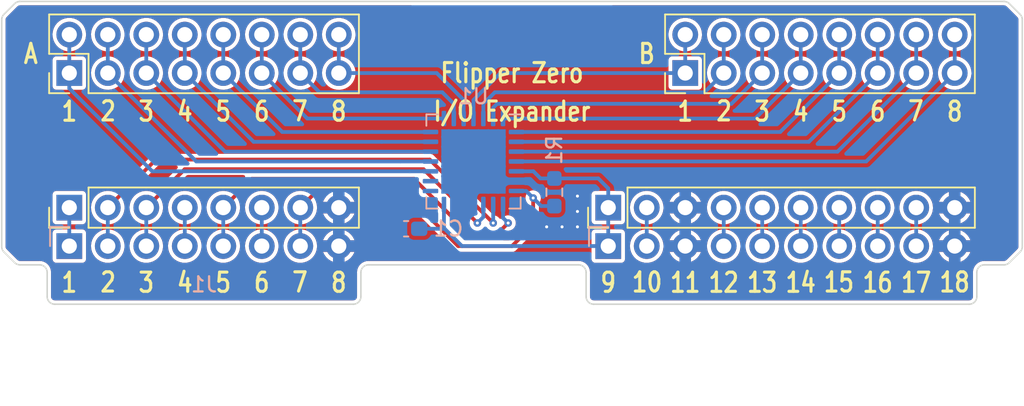
<source format=kicad_pcb>
(kicad_pcb (version 20211014) (generator pcbnew)
  (layers (0 "F.Cu" signal) (31 "B.Cu" signal) (34 "B.Paste" user) (35 "F.Paste" user) (36 "B.SilkS" user "B.Silkscreen") (37 "F.SilkS" user "F.Silkscreen") (38 "B.Mask" user) (39 "F.Mask" user) (44 "Edge.Cuts" user))
  (net 0 "")
  (net 1 "+5V")
  (net 2 "/PA7")
  (net 3 "/PA6")
  (net 4 "/PA4")
  (net 5 "/PB3")
  (net 6 "/PB2")
  (net 7 "/PC3")
  (net 8 "GND")
  (net 9 "+3.3V")
  (net 10 "/PA14")
  (net 11 "/PA13")
  (net 12 "/PB6")
  (net 13 "/PB7")
  (net 14 "/PC1")
  (net 15 "/PC0")
  (net 16 "/PB14")
  (net 17 "/EB0")
  (net 18 "/EB1")
  (net 19 "/EB2")
  (net 20 "/EB3")
  (net 21 "/EB4")
  (net 22 "/EB5")
  (net 23 "/EB6")
  (net 24 "/EB7")
  (net 25 "/EA0")
  (net 26 "/EA1")
  (net 27 "/EA2")
  (net 28 "/EA3")
  (net 29 "/EA4")
  (net 30 "/EA5")
  (net 31 "/EA6")
  (net 32 "/EA7")
  (footprint "Connector_PinHeader_2.54mm:PinHeader_1x08_P2.54mm_Vertical" (layer "F.Cu") (at 123.19 60.96 90)
    (fp_text reference "J3" hide)
    (fp_text value "8P" hide)
    (fp_line (start -1.33 0) (end -1.33 -1.33) (layer "F.SilkS") (width 0.12))
    (fp_line (start -1.33 1.27) (end 1.33 1.27) (layer "F.SilkS") (width 0.12))
    (fp_line (start -1.33 19.11) (end 1.33 19.11) (layer "F.SilkS") (width 0.12))
    (fp_line (start -1.33 1.27) (end -1.33 19.11) (layer "F.SilkS") (width 0.12))
    (fp_line (start -1.33 -1.33) (end 0 -1.33) (layer "F.SilkS") (width 0.12))
    (fp_line (start 1.33 1.27) (end 1.33 19.11) (layer "F.SilkS") (width 0.12))
    (pad "1" thru_hole rect (at 0 0 90) (size 1.7 1.7) (drill 1) (layers *.Cu *.Mask) (net 1 "+5V"))
    (pad "2" thru_hole oval (at 0 2.54 90) (size 1.7 1.7) (drill 1) (layers *.Cu *.Mask) (net 2 "/PA7"))
    (pad "3" thru_hole oval (at 0 5.08 90) (size 1.7 1.7) (drill 1) (layers *.Cu *.Mask) (net 3 "/PA6"))
    (pad "4" thru_hole oval (at 0 7.62 90) (size 1.7 1.7) (drill 1) (layers *.Cu *.Mask) (net 4 "/PA4"))
    (pad "5" thru_hole oval (at 0 10.16 90) (size 1.7 1.7) (drill 1) (layers *.Cu *.Mask) (net 5 "/PB3"))
    (pad "6" thru_hole oval (at 0 12.7 90) (size 1.7 1.7) (drill 1) (layers *.Cu *.Mask) (net 6 "/PB2"))
    (pad "7" thru_hole oval (at 0 15.24 90) (size 1.7 1.7) (drill 1) (layers *.Cu *.Mask) (net 7 "/PC3"))
    (pad "8" thru_hole oval (at 0 17.78 90) (size 1.7 1.7) (drill 1) (layers *.Cu *.Mask) (net 8 "GND"))
  )
  (footprint "Connector_PinHeader_2.54mm:PinHeader_2x08_P2.54mm_Vertical" (layer "F.Cu") (at 123.19 52.07 90)
    (fp_text reference "J5" hide)
    (fp_text value "EA")
    (fp_line (start -1.33 1.27) (end -1.33 19.11) (layer "F.SilkS") (width 0.12))
    (fp_line (start 3.87 -1.33) (end 3.87 19.11) (layer "F.SilkS") (width 0.12))
    (fp_line (start 1.27 -1.33) (end 3.87 -1.33) (layer "F.SilkS") (width 0.12))
    (fp_line (start -1.33 -1.33) (end 0 -1.33) (layer "F.SilkS") (width 0.12))
    (fp_line (start 1.27 1.27) (end 1.27 -1.33) (layer "F.SilkS") (width 0.12))
    (fp_line (start -1.33 0) (end -1.33 -1.33) (layer "F.SilkS") (width 0.12))
    (fp_line (start -1.33 19.11) (end 3.87 19.11) (layer "F.SilkS") (width 0.12))
    (fp_line (start -1.33 1.27) (end 1.27 1.27) (layer "F.SilkS") (width 0.12))
    (pad "1" thru_hole rect (at 0 0 90) (size 1.7 1.7) (drill 1) (layers *.Cu *.Mask) (net 25 "/EA0"))
    (pad "2" thru_hole oval (at 2.54 0 90) (size 1.7 1.7) (drill 1) (layers *.Cu *.Mask) (net 25 "/EA0"))
    (pad "3" thru_hole oval (at 0 2.54 90) (size 1.7 1.7) (drill 1) (layers *.Cu *.Mask) (net 26 "/EA1"))
    (pad "4" thru_hole oval (at 2.54 2.54 90) (size 1.7 1.7) (drill 1) (layers *.Cu *.Mask) (net 26 "/EA1"))
    (pad "5" thru_hole oval (at 0 5.08 90) (size 1.7 1.7) (drill 1) (layers *.Cu *.Mask) (net 27 "/EA2"))
    (pad "6" thru_hole oval (at 2.54 5.08 90) (size 1.7 1.7) (drill 1) (layers *.Cu *.Mask) (net 27 "/EA2"))
    (pad "7" thru_hole oval (at 0 7.62 90) (size 1.7 1.7) (drill 1) (layers *.Cu *.Mask) (net 28 "/EA3"))
    (pad "8" thru_hole oval (at 2.54 7.62 90) (size 1.7 1.7) (drill 1) (layers *.Cu *.Mask) (net 28 "/EA3"))
    (pad "9" thru_hole oval (at 0 10.16 90) (size 1.7 1.7) (drill 1) (layers *.Cu *.Mask) (net 29 "/EA4"))
    (pad "10" thru_hole oval (at 2.54 10.16 90) (size 1.7 1.7) (drill 1) (layers *.Cu *.Mask) (net 29 "/EA4"))
    (pad "11" thru_hole oval (at 0 12.7 90) (size 1.7 1.7) (drill 1) (layers *.Cu *.Mask) (net 30 "/EA5"))
    (pad "12" thru_hole oval (at 2.54 12.7 90) (size 1.7 1.7) (drill 1) (layers *.Cu *.Mask) (net 30 "/EA5"))
    (pad "13" thru_hole oval (at 0 15.24 90) (size 1.7 1.7) (drill 1) (layers *.Cu *.Mask) (net 31 "/EA6"))
    (pad "14" thru_hole oval (at 2.54 15.24 90) (size 1.7 1.7) (drill 1) (layers *.Cu *.Mask) (net 31 "/EA6"))
    (pad "15" thru_hole oval (at 0 17.78 90) (size 1.7 1.7) (drill 1) (layers *.Cu *.Mask) (net 32 "/EA7"))
    (pad "16" thru_hole oval (at 2.54 17.78 90) (size 1.7 1.7) (drill 1) (layers *.Cu *.Mask) (net 32 "/EA7"))
  )
  (footprint "Connector_PinHeader_2.54mm:PinHeader_1x10_P2.54mm_Vertical" (layer "F.Cu") (at 158.75 60.96 90)
    (fp_text reference "J4" hide)
    (fp_text value "10P")
    (fp_line (start -1.33 -1.33) (end 0 -1.33) (layer "F.SilkS") (width 0.12))
    (fp_line (start -1.33 1.27) (end -1.33 24.19) (layer "F.SilkS") (width 0.12))
    (fp_line (start -1.33 1.27) (end 1.33 1.27) (layer "F.SilkS") (width 0.12))
    (fp_line (start 1.33 1.27) (end 1.33 24.19) (layer "F.SilkS") (width 0.12))
    (fp_line (start -1.33 0) (end -1.33 -1.33) (layer "F.SilkS") (width 0.12))
    (fp_line (start -1.33 24.19) (end 1.33 24.19) (layer "F.SilkS") (width 0.12))
    (pad "1" thru_hole rect (at 0 0 90) (size 1.7 1.7) (drill 1) (layers *.Cu *.Mask) (net 9 "+3.3V"))
    (pad "2" thru_hole oval (at 0 2.54 90) (size 1.7 1.7) (drill 1) (layers *.Cu *.Mask) (net 10 "/PA14"))
    (pad "3" thru_hole oval (at 0 5.08 90) (size 1.7 1.7) (drill 1) (layers *.Cu *.Mask) (net 8 "GND"))
    (pad "4" thru_hole oval (at 0 7.62 90) (size 1.7 1.7) (drill 1) (layers *.Cu *.Mask) (net 11 "/PA13"))
    (pad "5" thru_hole oval (at 0 10.16 90) (size 1.7 1.7) (drill 1) (layers *.Cu *.Mask) (net 12 "/PB6"))
    (pad "6" thru_hole oval (at 0 12.7 90) (size 1.7 1.7) (drill 1) (layers *.Cu *.Mask) (net 13 "/PB7"))
    (pad "7" thru_hole oval (at 0 15.24 90) (size 1.7 1.7) (drill 1) (layers *.Cu *.Mask) (net 14 "/PC1"))
    (pad "8" thru_hole oval (at 0 17.78 90) (size 1.7 1.7) (drill 1) (layers *.Cu *.Mask) (net 15 "/PC0"))
    (pad "9" thru_hole oval (at 0 20.32 90) (size 1.7 1.7) (drill 1) (layers *.Cu *.Mask) (net 16 "/PB14"))
    (pad "10" thru_hole oval (at 0 22.86 90) (size 1.7 1.7) (drill 1) (layers *.Cu *.Mask) (net 8 "GND"))
  )
  (footprint "Connector_PinHeader_2.54mm:PinHeader_2x08_P2.54mm_Vertical" (layer "F.Cu") (at 163.83 52.07 90)
    (fp_text reference "J6" hide)
    (fp_text value "EB")
    (fp_line (start -1.33 -1.33) (end 0 -1.33) (layer "F.SilkS") (width 0.12))
    (fp_line (start -1.33 0) (end -1.33 -1.33) (layer "F.SilkS") (width 0.12))
    (fp_line (start -1.33 1.27) (end 1.27 1.27) (layer "F.SilkS") (width 0.12))
    (fp_line (start -1.33 19.11) (end 3.87 19.11) (layer "F.SilkS") (width 0.12))
    (fp_line (start 3.87 -1.33) (end 3.87 19.11) (layer "F.SilkS") (width 0.12))
    (fp_line (start 1.27 -1.33) (end 3.87 -1.33) (layer "F.SilkS") (width 0.12))
    (fp_line (start 1.27 1.27) (end 1.27 -1.33) (layer "F.SilkS") (width 0.12))
    (fp_line (start -1.33 1.27) (end -1.33 19.11) (layer "F.SilkS") (width 0.12))
    (pad "1" thru_hole rect (at 0 0 90) (size 1.7 1.7) (drill 1) (layers *.Cu *.Mask) (net 17 "/EB0"))
    (pad "2" thru_hole oval (at 2.54 0 90) (size 1.7 1.7) (drill 1) (layers *.Cu *.Mask) (net 17 "/EB0"))
    (pad "3" thru_hole oval (at 0 2.54 90) (size 1.7 1.7) (drill 1) (layers *.Cu *.Mask) (net 18 "/EB1"))
    (pad "4" thru_hole oval (at 2.54 2.54 90) (size 1.7 1.7) (drill 1) (layers *.Cu *.Mask) (net 18 "/EB1"))
    (pad "5" thru_hole oval (at 0 5.08 90) (size 1.7 1.7) (drill 1) (layers *.Cu *.Mask) (net 19 "/EB2"))
    (pad "6" thru_hole oval (at 2.54 5.08 90) (size 1.7 1.7) (drill 1) (layers *.Cu *.Mask) (net 19 "/EB2"))
    (pad "7" thru_hole oval (at 0 7.62 90) (size 1.7 1.7) (drill 1) (layers *.Cu *.Mask) (net 20 "/EB3"))
    (pad "8" thru_hole oval (at 2.54 7.62 90) (size 1.7 1.7) (drill 1) (layers *.Cu *.Mask) (net 20 "/EB3"))
    (pad "9" thru_hole oval (at 0 10.16 90) (size 1.7 1.7) (drill 1) (layers *.Cu *.Mask) (net 21 "/EB4"))
    (pad "10" thru_hole oval (at 2.54 10.16 90) (size 1.7 1.7) (drill 1) (layers *.Cu *.Mask) (net 21 "/EB4"))
    (pad "11" thru_hole oval (at 0 12.7 90) (size 1.7 1.7) (drill 1) (layers *.Cu *.Mask) (net 22 "/EB5"))
    (pad "12" thru_hole oval (at 2.54 12.7 90) (size 1.7 1.7) (drill 1) (layers *.Cu *.Mask) (net 22 "/EB5"))
    (pad "13" thru_hole oval (at 0 15.24 90) (size 1.7 1.7) (drill 1) (layers *.Cu *.Mask) (net 23 "/EB6"))
    (pad "14" thru_hole oval (at 2.54 15.24 90) (size 1.7 1.7) (drill 1) (layers *.Cu *.Mask) (net 23 "/EB6"))
    (pad "15" thru_hole oval (at 0 17.78 90) (size 1.7 1.7) (drill 1) (layers *.Cu *.Mask) (net 24 "/EB7"))
    (pad "16" thru_hole oval (at 2.54 17.78 90) (size 1.7 1.7) (drill 1) (layers *.Cu *.Mask) (net 24 "/EB7"))
  )
  (footprint "flipper_headers:PinHeader_1x08_P2.54mm_Horizontal" (layer "B.Cu") (at 123.19 63.5 -90)
    (fp_text reference "J1" (at 2.54 -8.89) (layer "B.SilkS") (effects (justify mirror)))
    (fp_text value "8P")
    (fp_line (start -1.27 0) (end -1.27 1.27) (layer "B.SilkS") (width 0.12))
    (fp_line (start -1.27 1.27) (end 0 1.27) (layer "B.SilkS") (width 0.12))
    (pad "1" thru_hole rect (at 0 0 270) (size 1.7 1.7) (drill 1) (layers *.Cu *.Mask) (net 1 "+5V"))
    (pad "2" thru_hole oval (at 0 -2.54 270) (size 1.7 1.7) (drill 1) (layers *.Cu *.Mask) (net 2 "/PA7"))
    (pad "3" thru_hole oval (at 0 -5.08 270) (size 1.7 1.7) (drill 1) (layers *.Cu *.Mask) (net 3 "/PA6"))
    (pad "4" thru_hole oval (at 0 -7.62 270) (size 1.7 1.7) (drill 1) (layers *.Cu *.Mask) (net 4 "/PA4"))
    (pad "5" thru_hole oval (at 0 -10.16 270) (size 1.7 1.7) (drill 1) (layers *.Cu *.Mask) (net 5 "/PB3"))
    (pad "6" thru_hole oval (at 0 -12.7 270) (size 1.7 1.7) (drill 1) (layers *.Cu *.Mask) (net 6 "/PB2"))
    (pad "7" thru_hole oval (at 0 -15.24 270) (size 1.7 1.7) (drill 1) (layers *.Cu *.Mask) (net 7 "/PC3"))
    (pad "8" thru_hole oval (at 0 -17.78 270) (size 1.7 1.7) (drill 1) (layers *.Cu *.Mask) (net 8 "GND"))
  )
  (footprint "Resistor_SMD:R_0603_1608Metric_Pad0.98x0.95mm_HandSolder" (layer "B.Cu") (at 155.194 59.944 90)
    (fp_text reference "R1" (at 2.794 0 90) (layer "B.SilkS") (effects (justify mirror)))
    (fp_text value "1k")
    (fp_line (start -0.254724 -0.5225) (end 0.254724 -0.5225) (layer "B.SilkS") (width 0.12))
    (fp_line (start -0.254724 0.5225) (end 0.254724 0.5225) (layer "B.SilkS") (width 0.12))
    (pad "1" smd roundrect (at -0.9125 0 90) (size 0.975 0.95) (layers "B.Cu" "B.Paste" "B.Mask") (net 7 "/PC3"))
    (pad "2" smd roundrect (at 0.9125 0 90) (size 0.975 0.95) (layers "B.Cu" "B.Paste" "B.Mask") (net 9 "+3.3V"))
  )
  (footprint "Package_DFN_QFN:QFN-28-1EP_6x6mm_P0.65mm_EP4.25x4.25mm" (layer "B.Cu") (at 149.86 57.912 180)
    (fp_text reference "U1" (at 0 4.3) (layer "B.SilkS") (effects (justify mirror)))
    (fp_text value "MCP23S17_ML")
    (fp_line (start 2.36 3.11) (end 3.11 3.11) (layer "B.SilkS") (width 0.12))
    (fp_line (start 2.36 -3.11) (end 3.11 -3.11) (layer "B.SilkS") (width 0.12))
    (fp_line (start -2.36 3.11) (end -3.11 3.11) (layer "B.SilkS") (width 0.12))
    (fp_line (start 3.11 -3.11) (end 3.11 -2.36) (layer "B.SilkS") (width 0.12))
    (fp_line (start 3.11 3.11) (end 3.11 2.36) (layer "B.SilkS") (width 0.12))
    (fp_line (start -2.36 -3.11) (end -3.11 -3.11) (layer "B.SilkS") (width 0.12))
    (fp_line (start -3.11 -3.11) (end -3.11 -2.36) (layer "B.SilkS") (width 0.12))
    (pad "1" smd roundrect (at -2.8375 1.95 180) (size 1.025 0.3) (layers "B.Cu" "B.Paste" "B.Mask") (net 21 "/EB4"))
    (pad "2" smd roundrect (at -2.8375 1.3 180) (size 1.025 0.3) (layers "B.Cu" "B.Paste" "B.Mask") (net 22 "/EB5"))
    (pad "3" smd roundrect (at -2.8375 0.65 180) (size 1.025 0.3) (layers "B.Cu" "B.Paste" "B.Mask") (net 23 "/EB6"))
    (pad "4" smd roundrect (at -2.8375 0 180) (size 1.025 0.3) (layers "B.Cu" "B.Paste" "B.Mask") (net 24 "/EB7"))
    (pad "5" smd roundrect (at -2.8375 -0.65 180) (size 1.025 0.3) (layers "B.Cu" "B.Paste" "B.Mask") (net 9 "+3.3V"))
    (pad "6" smd roundrect (at -2.8375 -1.3 180) (size 1.025 0.3) (layers "B.Cu" "B.Paste" "B.Mask") (net 8 "GND"))
    (pad "7" smd roundrect (at -2.8375 -1.95 180) (size 1.025 0.3) (layers "B.Cu" "B.Paste" "B.Mask") (net 7 "/PC3"))
    (pad "8" smd roundrect (at -1.95 -2.8375 180) (size 0.3 1.025) (layers "B.Cu" "B.Paste" "B.Mask") (net 5 "/PB3"))
    (pad "9" smd roundrect (at -1.3 -2.8375 180) (size 0.3 1.025) (layers "B.Cu" "B.Paste" "B.Mask") (net 2 "/PA7"))
    (pad "10" smd roundrect (at -0.65 -2.8375 180) (size 0.3 1.025) (layers "B.Cu" "B.Paste" "B.Mask") (net 3 "/PA6"))
    (pad "11" smd roundrect (at 0 -2.8375 180) (size 0.3 1.025) (layers "B.Cu" "B.Paste" "B.Mask") (net 8 "GND"))
    (pad "12" smd roundrect (at 0.65 -2.8375 180) (size 0.3 1.025) (layers "B.Cu" "B.Paste" "B.Mask") (net 8 "GND"))
    (pad "13" smd roundrect (at 1.3 -2.8375 180) (size 0.3 1.025) (layers "B.Cu" "B.Paste" "B.Mask") (net 8 "GND"))
    (pad "14" smd roundrect (at 1.95 -2.8375 180) (size 0.3 1.025) (layers "B.Cu" "B.Paste" "B.Mask") (net 9 "+3.3V"))
    (pad "15" smd roundrect (at 2.8375 -1.95 180) (size 1.025 0.3) (layers "B.Cu" "B.Paste" "B.Mask"))
    (pad "16" smd roundrect (at 2.8375 -1.3 180) (size 1.025 0.3) (layers "B.Cu" "B.Paste" "B.Mask"))
    (pad "17" smd roundrect (at 2.8375 -0.65 180) (size 1.025 0.3) (layers "B.Cu" "B.Paste" "B.Mask") (net 25 "/EA0"))
    (pad "18" smd roundrect (at 2.8375 0 180) (size 1.025 0.3) (layers "B.Cu" "B.Paste" "B.Mask") (net 26 "/EA1"))
    (pad "19" smd roundrect (at 2.8375 0.65 180) (size 1.025 0.3) (layers "B.Cu" "B.Paste" "B.Mask") (net 27 "/EA2"))
    (pad "20" smd roundrect (at 2.8375 1.3 180) (size 1.025 0.3) (layers "B.Cu" "B.Paste" "B.Mask") (net 28 "/EA3"))
    (pad "21" smd roundrect (at 2.8375 1.95 180) (size 1.025 0.3) (layers "B.Cu" "B.Paste" "B.Mask") (net 29 "/EA4"))
    (pad "22" smd roundrect (at 1.95 2.8375 180) (size 0.3 1.025) (layers "B.Cu" "B.Paste" "B.Mask") (net 30 "/EA5"))
    (pad "23" smd roundrect (at 1.3 2.8375 180) (size 0.3 1.025) (layers "B.Cu" "B.Paste" "B.Mask") (net 31 "/EA6"))
    (pad "24" smd roundrect (at 0.65 2.8375 180) (size 0.3 1.025) (layers "B.Cu" "B.Paste" "B.Mask") (net 32 "/EA7"))
    (pad "25" smd roundrect (at 0 2.8375 180) (size 0.3 1.025) (layers "B.Cu" "B.Paste" "B.Mask") (net 17 "/EB0"))
    (pad "26" smd roundrect (at -0.65 2.8375 180) (size 0.3 1.025) (layers "B.Cu" "B.Paste" "B.Mask") (net 18 "/EB1"))
    (pad "27" smd roundrect (at -1.3 2.8375 180) (size 0.3 1.025) (layers "B.Cu" "B.Paste" "B.Mask") (net 19 "/EB2"))
    (pad "28" smd roundrect (at -1.95 2.8375 180) (size 0.3 1.025) (layers "B.Cu" "B.Paste" "B.Mask") (net 20 "/EB3"))
    (pad "29" smd rect (at 0 0 180) (size 4.25 4.25) (layers "B.Cu" "B.Mask") (net 8 "GND"))
  )
  (footprint "Capacitor_SMD:C_0603_1608Metric_Pad1.08x0.95mm_HandSolder" (layer "B.Cu") (at 145.415 62.357 180)
    (fp_text reference "C1" (at -2.794 0) (layer "B.SilkS") (effects (justify mirror)))
    (fp_text value "0.1u")
    (fp_line (start -0.146267 0.51) (end 0.146267 0.51) (layer "B.SilkS") (width 0.12))
    (fp_line (start -0.146267 -0.51) (end 0.146267 -0.51) (layer "B.SilkS") (width 0.12))
    (pad "1" smd roundrect (at -0.8625 0 180) (size 1.075 0.95) (layers "B.Cu" "B.Paste" "B.Mask") (net 9 "+3.3V"))
    (pad "2" smd roundrect (at 0.8625 0 180) (size 1.075 0.95) (layers "B.Cu" "B.Paste" "B.Mask") (net 8 "GND"))
  )
  (footprint "flipper_headers:PinHeader_1x10_P2.54mm_Horizontal" (layer "B.Cu") (at 158.75 63.5 -90)
    (fp_text reference "J2" hide)
    (fp_text value "10P")
    (fp_line (start -1.27 1.27) (end 0 1.27) (layer "B.SilkS") (width 0.12))
    (fp_line (start -1.27 0) (end -1.27 1.27) (layer "B.SilkS") (width 0.12))
    (pad "1" thru_hole rect (at 0 0 270) (size 1.7 1.7) (drill 1) (layers *.Cu *.Mask) (net 9 "+3.3V"))
    (pad "2" thru_hole oval (at 0 -2.54 270) (size 1.7 1.7) (drill 1) (layers *.Cu *.Mask) (net 10 "/PA14"))
    (pad "3" thru_hole oval (at 0 -5.08 270) (size 1.7 1.7) (drill 1) (layers *.Cu *.Mask) (net 8 "GND"))
    (pad "4" thru_hole oval (at 0 -7.62 270) (size 1.7 1.7) (drill 1) (layers *.Cu *.Mask) (net 11 "/PA13"))
    (pad "5" thru_hole oval (at 0 -10.16 270) (size 1.7 1.7) (drill 1) (layers *.Cu *.Mask) (net 12 "/PB6"))
    (pad "6" thru_hole oval (at 0 -12.7 270) (size 1.7 1.7) (drill 1) (layers *.Cu *.Mask) (net 13 "/PB7"))
    (pad "7" thru_hole oval (at 0 -15.24 270) (size 1.7 1.7) (drill 1) (layers *.Cu *.Mask) (net 14 "/PC1"))
    (pad "8" thru_hole oval (at 0 -17.78 270) (size 1.7 1.7) (drill 1) (layers *.Cu *.Mask) (net 15 "/PC0"))
    (pad "9" thru_hole oval (at 0 -20.32 270) (size 1.7 1.7) (drill 1) (layers *.Cu *.Mask) (net 16 "/PB14"))
    (pad "10" thru_hole oval (at 0 -22.86 270) (size 1.7 1.7) (drill 1) (layers *.Cu *.Mask) (net 8 "GND"))
  )
  (gr_line (start 121.23 64.74) (end 119.937107 64.74) (layer "Edge.Cuts") (width 0.1))
  (gr_arc (start 119.583553 47.486447) (mid 119.745765 47.37806) (end 119.937107 47.34) (layer "Edge.Cuts") (width 0.1))
  (gr_line (start 185.216447 64.593553) (end 185.923553 63.886447) (layer "Edge.Cuts") (width 0.1))
  (gr_line (start 142.43 66.84) (end 142.43 65.24) (layer "Edge.Cuts") (width 0.1))
  (gr_arc (start 185.216447 64.593553) (mid 185.054235 64.701937) (end 184.862893 64.74) (layer "Edge.Cuts") (width 0.1))
  (gr_line (start 122.23 67.34) (end 141.93 67.34) (layer "Edge.Cuts") (width 0.1))
  (gr_arc (start 142.43 66.84) (mid 142.283553 67.193553) (end 141.93 67.34) (layer "Edge.Cuts") (width 0.1))
  (gr_arc (start 121.23 64.74) (mid 121.583553 64.886447) (end 121.73 65.24) (layer "Edge.Cuts") (width 0.1))
  (gr_line (start 157.29 65.24) (end 157.29 66.84) (layer "Edge.Cuts") (width 0.1))
  (gr_arc (start 122.23 67.34) (mid 121.876447 67.193553) (end 121.73 66.84) (layer "Edge.Cuts") (width 0.1))
  (gr_line (start 142.93 64.74) (end 156.79 64.74) (layer "Edge.Cuts") (width 0.1))
  (gr_arc (start 186.07 63.532893) (mid 186.031942 63.724237) (end 185.923553 63.886447) (layer "Edge.Cuts") (width 0.1))
  (gr_arc (start 183.07 66.84) (mid 182.923553 67.193553) (end 182.57 67.34) (layer "Edge.Cuts") (width 0.1))
  (gr_arc (start 119.937107 64.74) (mid 119.745765 64.70194) (end 119.583553 64.593553) (layer "Edge.Cuts") (width 0.1))
  (gr_arc (start 142.43 65.24) (mid 142.576447 64.886447) (end 142.93 64.74) (layer "Edge.Cuts") (width 0.1))
  (gr_line (start 157.79 67.34) (end 182.57 67.34) (layer "Edge.Cuts") (width 0.1))
  (gr_arc (start 157.79 67.34) (mid 157.436447 67.193553) (end 157.29 66.84) (layer "Edge.Cuts") (width 0.1))
  (gr_line (start 119.937107 47.34) (end 184.862893 47.34) (layer "Edge.Cuts") (width 0.1))
  (gr_line (start 183.07 66.84) (end 183.07 65.24) (layer "Edge.Cuts") (width 0.1))
  (gr_line (start 118.876447 63.886447) (end 119.583553 64.593553) (layer "Edge.Cuts") (width 0.1))
  (gr_arc (start 118.73 48.547107) (mid 118.76806 48.355765) (end 118.876447 48.193553) (layer "Edge.Cuts") (width 0.1))
  (gr_line (start 185.923553 48.193553) (end 185.216447 47.486447) (layer "Edge.Cuts") (width 0.1))
  (gr_line (start 118.876447 48.193553) (end 119.583553 47.486447) (layer "Edge.Cuts") (width 0.1))
  (gr_line (start 121.73 65.24) (end 121.73 66.84) (layer "Edge.Cuts") (width 0.1))
  (gr_line (start 183.57 64.74) (end 184.862893 64.74) (layer "Edge.Cuts") (width 0.1))
  (gr_arc (start 184.862893 47.34) (mid 185.054237 47.378058) (end 185.216447 47.486447) (layer "Edge.Cuts") (width 0.1))
  (gr_arc (start 185.923553 48.193553) (mid 186.031937 48.355765) (end 186.07 48.547107) (layer "Edge.Cuts") (width 0.1))
  (gr_arc (start 118.876447 63.886447) (mid 118.76806 63.724235) (end 118.73 63.532893) (layer "Edge.Cuts") (width 0.1))
  (gr_line (start 186.07 48.547107) (end 186.07 63.532893) (layer "Edge.Cuts") (width 0.1))
  (gr_arc (start 183.07 65.24) (mid 183.216447 64.886447) (end 183.57 64.74) (layer "Edge.Cuts") (width 0.1))
  (gr_arc (start 156.79 64.74) (mid 157.143553 64.886447) (end 157.29 65.24) (layer "Edge.Cuts") (width 0.1))
  (gr_line (start 118.73 63.532893) (end 118.73 48.547107) (layer "Edge.Cuts") (width 0.1))
  (gr_text "PERRYDEV 2023" (at 152.4 48.768) (layer "F.Cu") (effects (font (size 1.016 1.016) (thickness 0.254))))
  (gr_text "8" (at 140.97 54.61) (layer "F.SilkS") (effects (font (size 1.27 1.016) (thickness 0.2032))))
  (gr_text "5" (at 133.35 65.913) (layer "F.SilkS") (effects (font (size 1.27 1.016) (thickness 0.2032))))
  (gr_text "4" (at 130.81 54.61) (layer "F.SilkS") (effects (font (size 1.27 1.016) (thickness 0.2032))))
  (gr_text "13" (at 168.91 65.913) (layer "F.SilkS") (effects (font (size 1.27 1.016) (thickness 0.2032))))
  (gr_text "4" (at 171.45 54.61) (layer "F.SilkS") (effects (font (size 1.27 1.016) (thickness 0.2032))))
  (gr_text "3" (at 128.27 65.913) (layer "F.SilkS") (effects (font (size 1.27 1.016) (thickness 0.2032))))
  (gr_text "Flipper Zero" (at 152.4 52.07) (layer "F.SilkS") (effects (font (size 1.27 1.016) (thickness 0.2032))))
  (gr_text "B" (at 161.29 50.8) (layer "F.SilkS") (effects (font (size 1.27 1.016) (thickness 0.2032))))
  (gr_text "6" (at 176.53 54.61) (layer "F.SilkS") (effects (font (size 1.27 1.016) (thickness 0.2032))))
  (gr_text "9" (at 158.75 65.913) (layer "F.SilkS") (effects (font (size 1.27 1.016) (thickness 0.2032))))
  (gr_text "6" (at 135.89 54.61) (layer "F.SilkS") (effects (font (size 1.27 1.016) (thickness 0.2032))))
  (gr_text "I/O Expander" (at 152.4 54.61) (layer "F.SilkS") (effects (font (size 1.27 1.016) (thickness 0.2032))))
  (gr_text "7" (at 138.411155 65.893451) (layer "F.SilkS") (effects (font (size 1.27 1.016) (thickness 0.2032))))
  (gr_text "4" (at 130.81 65.913) (layer "F.SilkS") (effects (font (size 1.27 1.016) (thickness 0.2032))))
  (gr_text "1" (at 123.19 65.913) (layer "F.SilkS") (effects (font (size 1.27 1.016) (thickness 0.2032))))
  (gr_text "14" (at 171.45 65.913) (layer "F.SilkS") (effects (font (size 1.27 1.016) (thickness 0.2032))))
  (gr_text "1" (at 123.19 54.61) (layer "F.SilkS") (effects (font (size 1.27 1.016) (thickness 0.2032))))
  (gr_text "17" (at 179.07 65.913) (layer "F.SilkS") (effects (font (size 1.27 1.016) (thickness 0.2032))))
  (gr_text "7" (at 179.051155 54.590451) (layer "F.SilkS") (effects (font (size 1.27 1.016) (thickness 0.2032))))
  (gr_text "1" (at 163.83 54.61) (layer "F.SilkS") (effects (font (size 1.27 1.016) (thickness 0.2032))))
  (gr_text "5" (at 133.35 54.61) (layer "F.SilkS") (effects (font (size 1.27 1.016) (thickness 0.2032))))
  (gr_text "15" (at 173.971155 65.893451) (layer "F.SilkS") (effects (font (size 1.27 1.016) (thickness 0.2032))))
  (gr_text "10" (at 161.312055 65.893451) (layer "F.SilkS") (effects (font (size 1.27 1.016) (thickness 0.2032))))
  (gr_text "2" (at 125.752055 54.590451) (layer "F.SilkS") (effects (font (size 1.27 1.016) (thickness 0.2032))))
  (gr_text "A" (at 120.65 50.8) (layer "F.SilkS") (effects (font (size 1.27 1.016) (thickness 0.2032))))
  (gr_text "2" (at 166.392055 54.590451) (layer "F.SilkS") (effects (font (size 1.27 1.016) (thickness 0.2032))))
  (gr_text "2" (at 125.752055 65.893451) (layer "F.SilkS") (effects (font (size 1.27 1.016) (thickness 0.2032))))
  (gr_text "6" (at 135.89 65.913) (layer "F.SilkS") (effects (font (size 1.27 1.016) (thickness 0.2032))))
  (gr_text "3" (at 128.27 54.61) (layer "F.SilkS") (effects (font (size 1.27 1.016) (thickness 0.2032))))
  (gr_text "16" (at 176.53 65.913) (layer "F.SilkS") (effects (font (size 1.27 1.016) (thickness 0.2032))))
  (gr_text "7" (at 138.411155 54.590451) (layer "F.SilkS") (effects (font (size 1.27 1.016) (thickness 0.2032))))
  (gr_text "3" (at 168.91 54.61) (layer "F.SilkS") (effects (font (size 1.27 1.016) (thickness 0.2032))))
  (gr_text "12" (at 166.37 65.913) (layer "F.SilkS") (effects (font (size 1.27 1.016) (thickness 0.2032))))
  (gr_text "18" (at 181.606058 65.893451) (layer "F.SilkS") (effects (font (size 1.27 1.016) (thickness 0.2032))))
  (gr_text "11" (at 163.83 65.913) (layer "F.SilkS") (effects (font (size 1.27 1.016) (thickness 0.2032))))
  (gr_text "8" (at 181.61 54.61) (layer "F.SilkS") (effects (font (size 1.27 1.016) (thickness 0.2032))))
  (gr_text "5" (at 173.99 54.61) (layer "F.SilkS") (effects (font (size 1.27 1.016) (thickness 0.2032))))
  (gr_text "8" (at 140.97 65.913) (layer "F.SilkS") (effects (font (size 1.27 1.016) (thickness 0.2032))))
  (segment (start 123.19 63.5) (end 123.19 60.96) (width 0.25) (layer "B.Cu") (net 1))
  (segment (start 125.73 60.96) (end 128.905 57.785) (width 0.25) (layer "F.Cu") (net 2))
  (segment (start 128.905 57.785) (end 146.969 57.785) (width 0.25) (layer "F.Cu") (net 2))
  (segment (start 146.969 57.785) (end 151.16 61.976) (width 0.25) (layer "F.Cu") (net 2))
  (via (at 151.16 61.976) (size 0.5) (drill 0.2) (layers "F.Cu" "B.Cu") (net 2))
  (segment (start 125.73 63.5) (end 125.73 60.96) (width 0.25) (layer "B.Cu") (net 2))
  (segment (start 151.16 60.7495) (end 151.16 61.946) (width 0.25) (layer "B.Cu") (net 2))
  (segment (start 150.114 61.976) (end 146.558 58.42) (width 0.25) (layer "F.Cu") (net 3))
  (segment (start 146.558 58.42) (end 130.81 58.42) (width 0.25) (layer "F.Cu") (net 3))
  (segment (start 130.81 58.42) (end 128.27 60.96) (width 0.25) (layer "F.Cu") (net 3))
  (via (at 150.114 61.976) (size 0.5) (drill 0.2) (layers "F.Cu" "B.Cu") (net 3))
  (segment (start 150.51 61.58) (end 150.51 60.7495) (width 0.25) (layer "B.Cu") (net 3))
  (segment (start 128.27 63.5) (end 128.27 60.96) (width 0.25) (layer "B.Cu") (net 3))
  (segment (start 150.114 61.976) (end 150.51 61.58) (width 0.25) (layer "B.Cu") (net 3))
  (segment (start 130.81 63.5) (end 130.81 60.96) (width 0.25) (layer "B.Cu") (net 4))
  (segment (start 149.733 62.865) (end 145.923 59.055) (width 0.25) (layer "F.Cu") (net 5))
  (segment (start 151.257 62.865) (end 149.733 62.865) (width 0.25) (layer "F.Cu") (net 5))
  (segment (start 145.923 59.055) (end 135.255 59.055) (width 0.25) (layer "F.Cu") (net 5))
  (segment (start 152.146 61.976) (end 151.257 62.865) (width 0.25) (layer "F.Cu") (net 5))
  (segment (start 135.255 59.055) (end 133.35 60.96) (width 0.25) (layer "F.Cu") (net 5))
  (via (at 152.146 61.976) (size 0.5) (drill 0.2) (layers "F.Cu" "B.Cu") (net 5))
  (segment (start 151.81 61.64) (end 151.81 60.7495) (width 0.25) (layer "B.Cu") (net 5))
  (segment (start 152.146 61.976) (end 151.81 61.64) (width 0.25) (layer "B.Cu") (net 5))
  (segment (start 133.35 63.5) (end 133.35 60.96) (width 0.25) (layer "B.Cu") (net 5))
  (segment (start 135.89 63.5) (end 135.89 60.96) (width 0.25) (layer "B.Cu") (net 6))
  (segment (start 138.43 60.96) (end 139.7 59.69) (width 0.25) (layer "F.Cu") (net 7))
  (segment (start 153.797 62.103) (end 153.797 60.325) (width 0.25) (layer "F.Cu") (net 7))
  (segment (start 145.034 59.69) (end 148.844 63.5) (width 0.25) (layer "F.Cu") (net 7))
  (segment (start 152.4 63.5) (end 153.797 62.103) (width 0.25) (layer "F.Cu") (net 7))
  (segment (start 148.844 63.5) (end 152.4 63.5) (width 0.25) (layer "F.Cu") (net 7))
  (segment (start 139.7 59.69) (end 145.034 59.69) (width 0.25) (layer "F.Cu") (net 7))
  (via (at 153.797 60.325) (size 0.5) (drill 0.2) (layers "F.Cu" "B.Cu") (net 7))
  (segment (start 153.797 60.325) (end 154.3285 60.8565) (width 0.25) (layer "B.Cu") (net 7))
  (segment (start 138.43 63.5) (end 138.43 60.96) (width 0.25) (layer "B.Cu") (net 7))
  (segment (start 154.3285 60.8565) (end 155.194 60.8565) (width 0.25) (layer "B.Cu") (net 7))
  (segment (start 152.6975 59.862) (end 153.334 59.862) (width 0.25) (layer "B.Cu") (net 7))
  (segment (start 153.334 59.862) (end 153.797 60.325) (width 0.25) (layer "B.Cu") (net 7))
  (via (at 156.718 60.198) (size 0.5) (drill 0.2) (layers "F.Cu" "B.Cu") (net 8))
  (via (at 154.686 62.23) (size 0.5) (drill 0.2) (layers "F.Cu" "B.Cu") (net 8))
  (via (at 155.702 62.23) (size 0.5) (drill 0.2) (layers "F.Cu" "B.Cu") (net 8))
  (via (at 156.718 61.214) (size 0.5) (drill 0.2) (layers "F.Cu" "B.Cu") (net 8))
  (via (at 156.718 62.23) (size 0.5) (drill 0.2) (layers "F.Cu" "B.Cu") (net 8))
  (segment (start 147.91 62.312) (end 147.91 60.7495) (width 0.25) (layer "B.Cu") (net 9))
  (segment (start 153.812 58.562) (end 154.2815 59.0315) (width 0.25) (layer "B.Cu") (net 9))
  (segment (start 154.2815 59.0315) (end 155.194 59.0315) (width 0.25) (layer "B.Cu") (net 9))
  (segment (start 158.75 59.69) (end 158.75 60.96) (width 0.25) (layer "B.Cu") (net 9))
  (segment (start 158.75 63.5) (end 158.75 60.96) (width 0.25) (layer "B.Cu") (net 9))
  (segment (start 158.75 63.5) (end 149.098 63.5) (width 0.25) (layer "B.Cu") (net 9))
  (segment (start 152.6975 58.562) (end 153.812 58.562) (width 0.25) (layer "B.Cu") (net 9))
  (segment (start 147.955 62.357) (end 146.2775 62.357) (width 0.25) (layer "B.Cu") (net 9))
  (segment (start 147.955 62.357) (end 147.91 62.312) (width 0.25) (layer "B.Cu") (net 9))
  (segment (start 158.0915 59.0315) (end 158.75 59.69) (width 0.25) (layer "B.Cu") (net 9))
  (segment (start 155.194 59.0315) (end 158.0915 59.0315) (width 0.25) (layer "B.Cu") (net 9))
  (segment (start 149.098 63.5) (end 147.955 62.357) (width 0.25) (layer "B.Cu") (net 9))
  (segment (start 161.29 63.5) (end 161.29 60.96) (width 0.25) (layer "B.Cu") (net 10))
  (segment (start 166.37 63.5) (end 166.37 60.96) (width 0.25) (layer "B.Cu") (net 11))
  (segment (start 168.91 63.5) (end 168.91 60.96) (width 0.25) (layer "B.Cu") (net 12))
  (segment (start 171.45 63.5) (end 171.45 60.96) (width 0.25) (layer "B.Cu") (net 13))
  (segment (start 173.99 63.5) (end 173.99 60.96) (width 0.25) (layer "B.Cu") (net 14))
  (segment (start 176.53 63.5) (end 176.53 60.96) (width 0.25) (layer "B.Cu") (net 15))
  (segment (start 179.07 63.5) (end 179.07 60.96) (width 0.25) (layer "B.Cu") (net 16))
  (segment (start 163.83 52.07) (end 163.83 49.53) (width 0.25) (layer "B.Cu") (net 17))
  (segment (start 149.86 53.848) (end 149.86 55.0745) (width 0.25) (layer "B.Cu") (net 17))
  (segment (start 151.638 52.07) (end 149.86 53.848) (width 0.25) (layer "B.Cu") (net 17))
  (segment (start 163.83 52.07) (end 151.638 52.07) (width 0.25) (layer "B.Cu") (net 17))
  (segment (start 151.272 53.34) (end 150.51 54.102) (width 0.25) (layer "B.Cu") (net 18))
  (segment (start 165.1 53.34) (end 151.272 53.34) (width 0.25) (layer "B.Cu") (net 18))
  (segment (start 166.37 52.07) (end 165.1 53.34) (width 0.25) (layer "B.Cu") (net 18))
  (segment (start 150.51 54.102) (end 150.51 55.0745) (width 0.25) (layer "B.Cu") (net 18))
  (segment (start 166.37 49.53) (end 166.37 52.07) (width 0.25) (layer "B.Cu") (net 18))
  (segment (start 166.878 54.102) (end 151.414 54.102) (width 0.25) (layer "B.Cu") (net 19))
  (segment (start 168.91 52.07) (end 168.91 49.53) (width 0.25) (layer "B.Cu") (net 19))
  (segment (start 151.16 54.356) (end 151.16 55.0745) (width 0.25) (layer "B.Cu") (net 19))
  (segment (start 168.91 52.07) (end 166.878 54.102) (width 0.25) (layer "B.Cu") (net 19))
  (segment (start 151.414 54.102) (end 151.16 54.356) (width 0.25) (layer "B.Cu") (net 19))
  (segment (start 151.81 55.0745) (end 168.4455 55.0745) (width 0.25) (layer "B.Cu") (net 20))
  (segment (start 168.4455 55.0745) (end 171.45 52.07) (width 0.25) (layer "B.Cu") (net 20))
  (segment (start 171.45 49.53) (end 171.45 52.07) (width 0.25) (layer "B.Cu") (net 20))
  (segment (start 173.99 52.07) (end 173.99 49.53) (width 0.25) (layer "B.Cu") (net 21))
  (segment (start 170.098 55.962) (end 173.99 52.07) (width 0.25) (layer "B.Cu") (net 21))
  (segment (start 152.6975 55.962) (end 170.098 55.962) (width 0.25) (layer "B.Cu") (net 21))
  (segment (start 176.53 49.53) (end 176.53 52.07) (width 0.25) (layer "B.Cu") (net 22))
  (segment (start 171.988 56.612) (end 176.53 52.07) (width 0.25) (layer "B.Cu") (net 22))
  (segment (start 152.6975 56.612) (end 171.988 56.612) (width 0.25) (layer "B.Cu") (net 22))
  (segment (start 173.878 57.262) (end 179.07 52.07) (width 0.25) (layer "B.Cu") (net 23))
  (segment (start 152.6975 57.262) (end 173.878 57.262) (width 0.25) (layer "B.Cu") (net 23))
  (segment (start 179.07 52.07) (end 179.07 49.53) (width 0.25) (layer "B.Cu") (net 23))
  (segment (start 181.61 49.53) (end 181.61 52.07) (width 0.25) (layer "B.Cu") (net 24))
  (segment (start 175.768 57.912) (end 181.61 52.07) (width 0.25) (layer "B.Cu") (net 24))
  (segment (start 152.6975 57.912) (end 175.768 57.912) (width 0.25) (layer "B.Cu") (net 24))
  (segment (start 147.0225 58.562) (end 145.654 58.562) (width 0.25) (layer "B.Cu") (net 25))
  (segment (start 123.19 49.53) (end 123.19 52.07) (width 0.25) (layer "B.Cu") (net 25))
  (segment (start 145.654 58.562) (end 128.666 58.562) (width 0.25) (layer "B.Cu") (net 25))
  (segment (start 123.19 53.086) (end 123.19 52.07) (width 0.25) (layer "B.Cu") (net 25))
  (segment (start 128.666 58.562) (end 123.19 53.086) (width 0.25) (layer "B.Cu") (net 25))
  (segment (start 147.0225 57.912) (end 145.034 57.912) (width 0.25) (layer "B.Cu") (net 26))
  (segment (start 125.73 52.07) (end 125.73 49.53) (width 0.25) (layer "B.Cu") (net 26))
  (segment (start 131.572 57.912) (end 125.73 52.07) (width 0.25) (layer "B.Cu") (net 26))
  (segment (start 145.034 57.912) (end 131.572 57.912) (width 0.25) (layer "B.Cu") (net 26))
  (segment (start 128.27 49.53) (end 128.27 52.07) (width 0.25) (layer "B.Cu") (net 27))
  (segment (start 144.414 57.262) (end 133.462 57.262) (width 0.25) (layer "B.Cu") (net 27))
  (segment (start 133.462 57.262) (end 128.27 52.07) (width 0.25) (layer "B.Cu") (net 27))
  (segment (start 147.0225 57.262) (end 144.414 57.262) (width 0.25) (layer "B.Cu") (net 27))
  (segment (start 135.352 56.612) (end 130.81 52.07) (width 0.25) (layer "B.Cu") (net 28))
  (segment (start 143.794 56.612) (end 135.352 56.612) (width 0.25) (layer "B.Cu") (net 28))
  (segment (start 130.81 52.07) (end 130.81 49.53) (width 0.25) (layer "B.Cu") (net 28))
  (segment (start 147.0225 56.612) (end 143.794 56.612) (width 0.25) (layer "B.Cu") (net 28))
  (segment (start 147.0225 55.962) (end 143.174 55.962) (width 0.25) (layer "B.Cu") (net 29))
  (segment (start 133.35 49.53) (end 133.35 52.07) (width 0.25) (layer "B.Cu") (net 29))
  (segment (start 143.174 55.962) (end 137.242 55.962) (width 0.25) (layer "B.Cu") (net 29))
  (segment (start 137.242 55.962) (end 133.35 52.07) (width 0.25) (layer "B.Cu") (net 29))
  (segment (start 138.8945 55.0745) (end 135.89 52.07) (width 0.25) (layer "B.Cu") (net 30))
  (segment (start 147.91 55.0745) (end 138.8945 55.0745) (width 0.25) (layer "B.Cu") (net 30))
  (segment (start 135.89 52.07) (end 135.89 49.53) (width 0.25) (layer "B.Cu") (net 30))
  (segment (start 139.7 53.34) (end 147.798 53.34) (width 0.25) (layer "B.Cu") (net 31))
  (segment (start 138.43 52.07) (end 139.7 53.34) (width 0.25) (layer "B.Cu") (net 31))
  (segment (start 148.56 54.102) (end 148.56 55.0745) (width 0.25) (layer "B.Cu") (net 31))
  (segment (start 138.43 49.53) (end 138.43 52.07) (width 0.25) (layer "B.Cu") (net 31))
  (segment (start 147.798 53.34) (end 148.56 54.102) (width 0.25) (layer "B.Cu") (net 31))
  (segment (start 149.21 53.848) (end 149.21 55.0745) (width 0.25) (layer "B.Cu") (net 32))
  (segment (start 140.97 52.07) (end 147.432 52.07) (width 0.25) (layer "B.Cu") (net 32))
  (segment (start 147.432 52.07) (end 149.21 53.848) (width 0.25) (layer "B.Cu") (net 32))
  (segment (start 140.97 52.07) (end 140.97 49.53) (width 0.25) (layer "B.Cu") (net 32))
  (zone (net 8) (net_name "GND") (layers F&B.Cu) (connect_pads thru_hole_only (clearance 0.254)) (min_thickness 0.254) (fill yes (thermal_gap 0.254) (thermal_bridge_width 0.762))
    (polygon (pts (xy 186.182 67.437) (xy 118.618 67.437) (xy 118.618 47.244) (xy 186.182 47.244)))
  )
)
</source>
